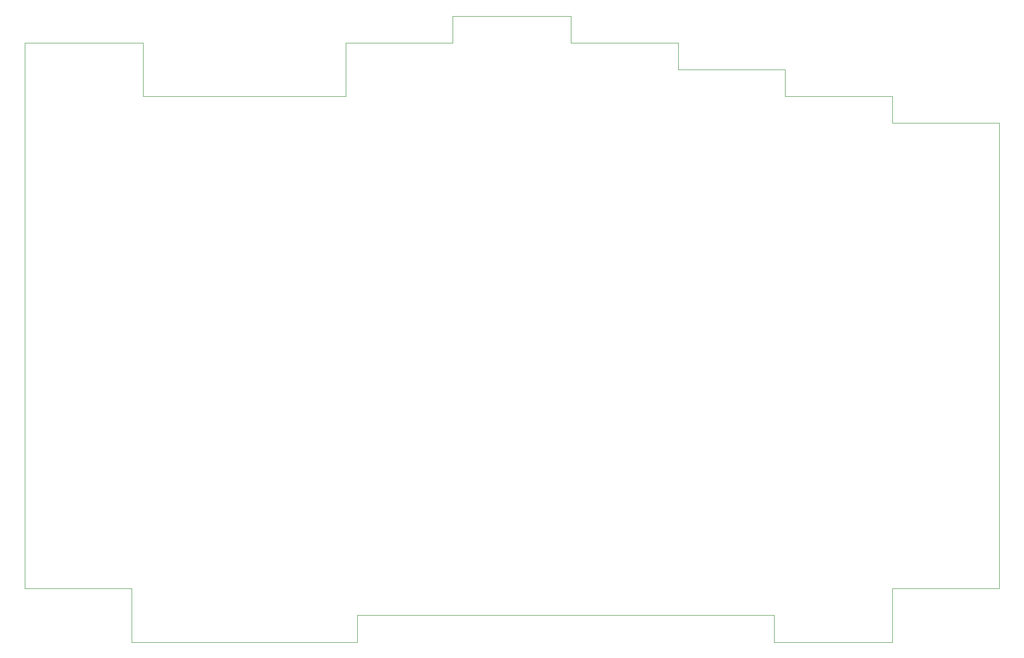
<source format=gm1>
%TF.GenerationSoftware,KiCad,Pcbnew,(6.0.4-0)*%
%TF.CreationDate,2022-03-31T21:48:39+02:00*%
%TF.ProjectId,PCB,5043422e-6b69-4636-9164-5f7063625858,rev?*%
%TF.SameCoordinates,Original*%
%TF.FileFunction,Profile,NP*%
%FSLAX46Y46*%
G04 Gerber Fmt 4.6, Leading zero omitted, Abs format (unit mm)*
G04 Created by KiCad (PCBNEW (6.0.4-0)) date 2022-03-31 21:48:39*
%MOMM*%
%LPD*%
G01*
G04 APERTURE LIST*
%TA.AperFunction,Profile*%
%ADD10C,0.100000*%
%TD*%
G04 APERTURE END LIST*
D10*
X139500000Y-33750000D02*
X160500000Y-33750000D01*
X196500000Y-140250000D02*
X122500000Y-140250000D01*
X82500000Y-145000000D02*
X82500000Y-135500000D01*
X84500000Y-48000000D02*
X120500000Y-48000000D01*
X63500000Y-38500000D02*
X84500000Y-38500000D01*
X122500000Y-140250000D02*
X122500000Y-145000000D01*
X217500000Y-145000000D02*
X196500000Y-145000000D01*
X236500000Y-52750000D02*
X236500000Y-135500000D01*
X217500000Y-135500000D02*
X217500000Y-145000000D01*
X236500000Y-135500000D02*
X217500000Y-135500000D01*
X217250000Y-48000000D02*
X217500000Y-48000000D01*
X217500000Y-52750000D02*
X236500000Y-52750000D01*
X63500000Y-135500000D02*
X63500000Y-38500000D01*
X160500000Y-33750000D02*
X160500000Y-38500000D01*
X198500000Y-48000000D02*
X217250000Y-48000000D01*
X120500000Y-38500000D02*
X139500000Y-38500000D01*
X160500000Y-38500000D02*
X179500000Y-38500000D01*
X120500000Y-48000000D02*
X120500000Y-38500000D01*
X198500000Y-43250000D02*
X198500000Y-48000000D01*
X217500000Y-48000000D02*
X217500000Y-52750000D01*
X196500000Y-145000000D02*
X196500000Y-140250000D01*
X179500000Y-43250000D02*
X198500000Y-43250000D01*
X82500000Y-135500000D02*
X63500000Y-135500000D01*
X179500000Y-38500000D02*
X179500000Y-43250000D01*
X84500000Y-38500000D02*
X84500000Y-48000000D01*
X139500000Y-38500000D02*
X139500000Y-33750000D01*
X122500000Y-145000000D02*
X82500000Y-145000000D01*
M02*

</source>
